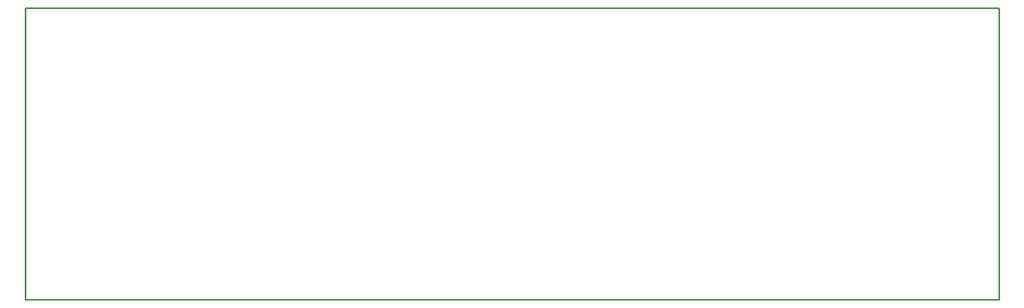
<source format=gbr>
%TF.GenerationSoftware,KiCad,Pcbnew,7.0.9*%
%TF.CreationDate,2025-01-19T15:35:17+09:00*%
%TF.ProjectId,03-FRONT,30332d46-524f-44e5-942e-6b696361645f,rev?*%
%TF.SameCoordinates,Original*%
%TF.FileFunction,Profile,NP*%
%FSLAX46Y46*%
G04 Gerber Fmt 4.6, Leading zero omitted, Abs format (unit mm)*
G04 Created by KiCad (PCBNEW 7.0.9) date 2025-01-19 15:35:17*
%MOMM*%
%LPD*%
G01*
G04 APERTURE LIST*
%TA.AperFunction,Profile*%
%ADD10C,0.200000*%
%TD*%
G04 APERTURE END LIST*
D10*
X51000000Y-70000000D02*
X151000000Y-70000000D01*
X151000000Y-100000000D01*
X51000000Y-100000000D01*
X51000000Y-70000000D01*
M02*

</source>
